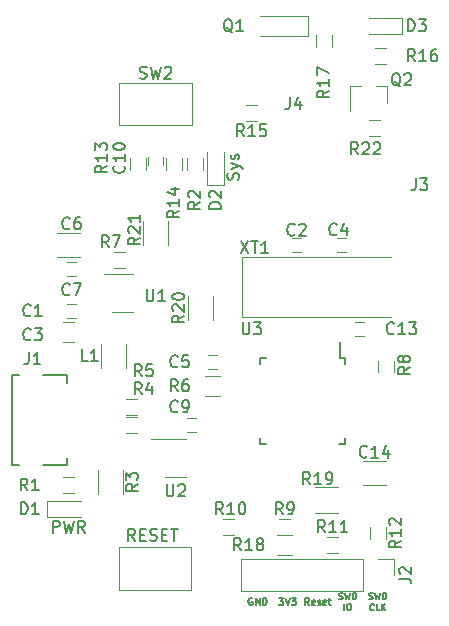
<source format=gbr>
G04 #@! TF.FileFunction,Legend,Top*
%FSLAX46Y46*%
G04 Gerber Fmt 4.6, Leading zero omitted, Abs format (unit mm)*
G04 Created by KiCad (PCBNEW 4.0.6) date Wed May  3 19:00:56 2017*
%MOMM*%
%LPD*%
G01*
G04 APERTURE LIST*
%ADD10C,0.050000*%
%ADD11C,0.146050*%
%ADD12C,0.133350*%
%ADD13C,0.127000*%
%ADD14C,0.120000*%
%ADD15C,0.150000*%
G04 APERTURE END LIST*
D10*
D11*
X100368705Y-140142081D02*
X100730353Y-140142081D01*
X100535619Y-140364633D01*
X100619077Y-140364633D01*
X100674715Y-140392452D01*
X100702534Y-140420271D01*
X100730353Y-140475910D01*
X100730353Y-140615005D01*
X100702534Y-140670643D01*
X100674715Y-140698462D01*
X100619077Y-140726281D01*
X100452162Y-140726281D01*
X100396524Y-140698462D01*
X100368705Y-140670643D01*
X100897267Y-140142081D02*
X101092000Y-140726281D01*
X101286734Y-140142081D01*
X101425829Y-140142081D02*
X101787477Y-140142081D01*
X101592743Y-140364633D01*
X101676201Y-140364633D01*
X101731839Y-140392452D01*
X101759658Y-140420271D01*
X101787477Y-140475910D01*
X101787477Y-140615005D01*
X101759658Y-140670643D01*
X101731839Y-140698462D01*
X101676201Y-140726281D01*
X101509286Y-140726281D01*
X101453648Y-140698462D01*
X101425829Y-140670643D01*
X98106896Y-140169900D02*
X98051258Y-140142081D01*
X97967801Y-140142081D01*
X97884343Y-140169900D01*
X97828705Y-140225538D01*
X97800886Y-140281176D01*
X97773067Y-140392452D01*
X97773067Y-140475910D01*
X97800886Y-140587186D01*
X97828705Y-140642824D01*
X97884343Y-140698462D01*
X97967801Y-140726281D01*
X98023439Y-140726281D01*
X98106896Y-140698462D01*
X98134715Y-140670643D01*
X98134715Y-140475910D01*
X98023439Y-140475910D01*
X98385086Y-140726281D02*
X98385086Y-140142081D01*
X98718915Y-140726281D01*
X98718915Y-140142081D01*
X98997105Y-140726281D02*
X98997105Y-140142081D01*
X99136200Y-140142081D01*
X99219658Y-140169900D01*
X99275296Y-140225538D01*
X99303115Y-140281176D01*
X99330934Y-140392452D01*
X99330934Y-140475910D01*
X99303115Y-140587186D01*
X99275296Y-140642824D01*
X99219658Y-140698462D01*
X99136200Y-140726281D01*
X98997105Y-140726281D01*
X102908705Y-140726281D02*
X102713971Y-140448090D01*
X102574876Y-140726281D02*
X102574876Y-140142081D01*
X102797429Y-140142081D01*
X102853067Y-140169900D01*
X102880886Y-140197719D01*
X102908705Y-140253357D01*
X102908705Y-140336814D01*
X102880886Y-140392452D01*
X102853067Y-140420271D01*
X102797429Y-140448090D01*
X102574876Y-140448090D01*
X103381629Y-140698462D02*
X103325991Y-140726281D01*
X103214714Y-140726281D01*
X103159076Y-140698462D01*
X103131257Y-140642824D01*
X103131257Y-140420271D01*
X103159076Y-140364633D01*
X103214714Y-140336814D01*
X103325991Y-140336814D01*
X103381629Y-140364633D01*
X103409448Y-140420271D01*
X103409448Y-140475910D01*
X103131257Y-140531548D01*
X103632000Y-140698462D02*
X103687638Y-140726281D01*
X103798914Y-140726281D01*
X103854553Y-140698462D01*
X103882372Y-140642824D01*
X103882372Y-140615005D01*
X103854553Y-140559367D01*
X103798914Y-140531548D01*
X103715457Y-140531548D01*
X103659819Y-140503729D01*
X103632000Y-140448090D01*
X103632000Y-140420271D01*
X103659819Y-140364633D01*
X103715457Y-140336814D01*
X103798914Y-140336814D01*
X103854553Y-140364633D01*
X104355296Y-140698462D02*
X104299658Y-140726281D01*
X104188381Y-140726281D01*
X104132743Y-140698462D01*
X104104924Y-140642824D01*
X104104924Y-140420271D01*
X104132743Y-140364633D01*
X104188381Y-140336814D01*
X104299658Y-140336814D01*
X104355296Y-140364633D01*
X104383115Y-140420271D01*
X104383115Y-140475910D01*
X104104924Y-140531548D01*
X104550029Y-140336814D02*
X104772581Y-140336814D01*
X104633486Y-140142081D02*
X104633486Y-140642824D01*
X104661305Y-140698462D01*
X104716943Y-140726281D01*
X104772581Y-140726281D01*
D12*
X107988100Y-140211175D02*
X108064300Y-140236575D01*
X108191300Y-140236575D01*
X108242100Y-140211175D01*
X108267500Y-140185775D01*
X108292900Y-140134975D01*
X108292900Y-140084175D01*
X108267500Y-140033375D01*
X108242100Y-140007975D01*
X108191300Y-139982575D01*
X108089700Y-139957175D01*
X108038900Y-139931775D01*
X108013500Y-139906375D01*
X107988100Y-139855575D01*
X107988100Y-139804775D01*
X108013500Y-139753975D01*
X108038900Y-139728575D01*
X108089700Y-139703175D01*
X108216700Y-139703175D01*
X108292900Y-139728575D01*
X108470700Y-139703175D02*
X108597700Y-140236575D01*
X108699300Y-139855575D01*
X108800900Y-140236575D01*
X108927900Y-139703175D01*
X109131100Y-140236575D02*
X109131100Y-139703175D01*
X109258100Y-139703175D01*
X109334300Y-139728575D01*
X109385100Y-139779375D01*
X109410500Y-139830175D01*
X109435900Y-139931775D01*
X109435900Y-140007975D01*
X109410500Y-140109575D01*
X109385100Y-140160375D01*
X109334300Y-140211175D01*
X109258100Y-140236575D01*
X109131100Y-140236575D01*
X108394500Y-141119225D02*
X108369100Y-141144625D01*
X108292900Y-141170025D01*
X108242100Y-141170025D01*
X108165900Y-141144625D01*
X108115100Y-141093825D01*
X108089700Y-141043025D01*
X108064300Y-140941425D01*
X108064300Y-140865225D01*
X108089700Y-140763625D01*
X108115100Y-140712825D01*
X108165900Y-140662025D01*
X108242100Y-140636625D01*
X108292900Y-140636625D01*
X108369100Y-140662025D01*
X108394500Y-140687425D01*
X108877100Y-141170025D02*
X108623100Y-141170025D01*
X108623100Y-140636625D01*
X109054900Y-141170025D02*
X109054900Y-140636625D01*
X109359700Y-141170025D02*
X109131100Y-140865225D01*
X109359700Y-140636625D02*
X109054900Y-140941425D01*
D13*
X105448100Y-140214350D02*
X105524300Y-140239750D01*
X105651300Y-140239750D01*
X105702100Y-140214350D01*
X105727500Y-140188950D01*
X105752900Y-140138150D01*
X105752900Y-140087350D01*
X105727500Y-140036550D01*
X105702100Y-140011150D01*
X105651300Y-139985750D01*
X105549700Y-139960350D01*
X105498900Y-139934950D01*
X105473500Y-139909550D01*
X105448100Y-139858750D01*
X105448100Y-139807950D01*
X105473500Y-139757150D01*
X105498900Y-139731750D01*
X105549700Y-139706350D01*
X105676700Y-139706350D01*
X105752900Y-139731750D01*
X105930700Y-139706350D02*
X106057700Y-140239750D01*
X106159300Y-139858750D01*
X106260900Y-140239750D01*
X106387900Y-139706350D01*
X106591100Y-140239750D02*
X106591100Y-139706350D01*
X106718100Y-139706350D01*
X106794300Y-139731750D01*
X106845100Y-139782550D01*
X106870500Y-139833350D01*
X106895900Y-139934950D01*
X106895900Y-140011150D01*
X106870500Y-140112750D01*
X106845100Y-140163550D01*
X106794300Y-140214350D01*
X106718100Y-140239750D01*
X106591100Y-140239750D01*
X105892600Y-141166850D02*
X105892600Y-140633450D01*
X106248200Y-140633450D02*
X106349800Y-140633450D01*
X106400600Y-140658850D01*
X106451400Y-140709650D01*
X106476800Y-140811250D01*
X106476800Y-140989050D01*
X106451400Y-141090650D01*
X106400600Y-141141450D01*
X106349800Y-141166850D01*
X106248200Y-141166850D01*
X106197400Y-141141450D01*
X106146600Y-141090650D01*
X106121200Y-140989050D01*
X106121200Y-140811250D01*
X106146600Y-140709650D01*
X106197400Y-140658850D01*
X106248200Y-140633450D01*
D14*
X83154000Y-116424000D02*
X82454000Y-116424000D01*
X82454000Y-115224000D02*
X83154000Y-115224000D01*
X101504000Y-109636000D02*
X102204000Y-109636000D01*
X102204000Y-110836000D02*
X101504000Y-110836000D01*
X83050000Y-116752000D02*
X82050000Y-116752000D01*
X82050000Y-118452000D02*
X83050000Y-118452000D01*
X106014000Y-110836000D02*
X105314000Y-110836000D01*
X105314000Y-109636000D02*
X106014000Y-109636000D01*
X94392000Y-119542000D02*
X95092000Y-119542000D01*
X95092000Y-120742000D02*
X94392000Y-120742000D01*
X81550000Y-111256000D02*
X83550000Y-111256000D01*
X83550000Y-109216000D02*
X81550000Y-109216000D01*
X83154000Y-112868000D02*
X82454000Y-112868000D01*
X82454000Y-111668000D02*
X83154000Y-111668000D01*
X93314000Y-126076000D02*
X92614000Y-126076000D01*
X92614000Y-124876000D02*
X93314000Y-124876000D01*
X89316000Y-103474000D02*
X89316000Y-102774000D01*
X90516000Y-102774000D02*
X90516000Y-103474000D01*
X106838000Y-116748000D02*
X107538000Y-116748000D01*
X107538000Y-117948000D02*
X106838000Y-117948000D01*
X80761208Y-131885382D02*
X80761208Y-133285382D01*
X80761208Y-133285382D02*
X83561208Y-133285382D01*
X80761208Y-131885382D02*
X83561208Y-131885382D01*
X94296000Y-105178000D02*
X95696000Y-105178000D01*
X95696000Y-105178000D02*
X95696000Y-102378000D01*
X94296000Y-105178000D02*
X94296000Y-102378000D01*
X110766000Y-92394000D02*
X110766000Y-90994000D01*
X110766000Y-90994000D02*
X107966000Y-90994000D01*
X110766000Y-92394000D02*
X107966000Y-92394000D01*
X82050000Y-129876000D02*
X83050000Y-129876000D01*
X83050000Y-131236000D02*
X82050000Y-131236000D01*
X93898000Y-102878000D02*
X93898000Y-103878000D01*
X92538000Y-103878000D02*
X92538000Y-102878000D01*
X87384000Y-124796000D02*
X88384000Y-124796000D01*
X88384000Y-126156000D02*
X87384000Y-126156000D01*
X87384000Y-123272000D02*
X88384000Y-123272000D01*
X88384000Y-124632000D02*
X87384000Y-124632000D01*
X86368000Y-110826000D02*
X87368000Y-110826000D01*
X87368000Y-112186000D02*
X86368000Y-112186000D01*
X100338000Y-133432000D02*
X101338000Y-133432000D01*
X101338000Y-134792000D02*
X100338000Y-134792000D01*
X96596000Y-134792000D02*
X95596000Y-134792000D01*
X95596000Y-133432000D02*
X96596000Y-133432000D01*
X104402000Y-134956000D02*
X105402000Y-134956000D01*
X105402000Y-136316000D02*
X104402000Y-136316000D01*
X109392000Y-134120000D02*
X109392000Y-135120000D01*
X108032000Y-135120000D02*
X108032000Y-134120000D01*
X87712000Y-103878000D02*
X87712000Y-102878000D01*
X89072000Y-102878000D02*
X89072000Y-103878000D01*
X92120000Y-102878000D02*
X92120000Y-103878000D01*
X90760000Y-103878000D02*
X90760000Y-102878000D01*
X109466000Y-94914000D02*
X108466000Y-94914000D01*
X108466000Y-93554000D02*
X109466000Y-93554000D01*
X103460000Y-93464000D02*
X103460000Y-92464000D01*
X104820000Y-92464000D02*
X104820000Y-93464000D01*
X86805200Y-135807200D02*
X92925200Y-135807200D01*
X92925200Y-135807200D02*
X92925200Y-139427200D01*
X92925200Y-139427200D02*
X86805200Y-139427200D01*
X86805200Y-139427200D02*
X86805200Y-135807200D01*
X90714000Y-129880000D02*
X92514000Y-129880000D01*
X92514000Y-126660000D02*
X89564000Y-126660000D01*
D15*
X105987000Y-119819000D02*
X105537000Y-119819000D01*
X105987000Y-127069000D02*
X105462000Y-127069000D01*
X98737000Y-127069000D02*
X99262000Y-127069000D01*
X98737000Y-119819000D02*
X99262000Y-119819000D01*
X105987000Y-119819000D02*
X105987000Y-120344000D01*
X98737000Y-119819000D02*
X98737000Y-120344000D01*
X98737000Y-127069000D02*
X98737000Y-126544000D01*
X105987000Y-127069000D02*
X105987000Y-126544000D01*
X105537000Y-119819000D02*
X105537000Y-118444000D01*
D14*
X109854000Y-111242000D02*
X97254000Y-111242000D01*
X97254000Y-111242000D02*
X97254000Y-116342000D01*
X97254000Y-116342000D02*
X109854000Y-116342000D01*
X97544000Y-98380000D02*
X98544000Y-98380000D01*
X98544000Y-99740000D02*
X97544000Y-99740000D01*
X110090500Y-120023000D02*
X110090500Y-121023000D01*
X108730500Y-121023000D02*
X108730500Y-120023000D01*
X102830000Y-92544000D02*
X102830000Y-90844000D01*
X102780000Y-90844000D02*
X98730000Y-90844000D01*
X102780000Y-92544000D02*
X98730000Y-92544000D01*
X109458000Y-128520000D02*
X107458000Y-128520000D01*
X107458000Y-130560000D02*
X109458000Y-130560000D01*
X103394000Y-130756000D02*
X105394000Y-130756000D01*
X105394000Y-132896000D02*
X103394000Y-132896000D01*
X87430000Y-118634000D02*
X87430000Y-120634000D01*
X85290000Y-120634000D02*
X85290000Y-118634000D01*
X86222000Y-115910000D02*
X88022000Y-115910000D01*
X88022000Y-112690000D02*
X85572000Y-112690000D01*
X94796000Y-114570000D02*
X94796000Y-116570000D01*
X92656000Y-116570000D02*
X92656000Y-114570000D01*
X88846000Y-110220000D02*
X88846000Y-108220000D01*
X90986000Y-108220000D02*
X90986000Y-110220000D01*
X94142000Y-121294000D02*
X95342000Y-121294000D01*
X95342000Y-123054000D02*
X94142000Y-123054000D01*
X100238000Y-134756000D02*
X101438000Y-134756000D01*
X101438000Y-136516000D02*
X100238000Y-136516000D01*
D15*
X80518000Y-121285000D02*
X80391000Y-121285000D01*
X82423000Y-121285000D02*
X80518000Y-121285000D01*
X82423000Y-121920000D02*
X82423000Y-121285000D01*
X82423000Y-128905000D02*
X82423000Y-128270000D01*
X80391000Y-128905000D02*
X82423000Y-128905000D01*
X77724000Y-121285000D02*
X77724000Y-128905000D01*
X78359000Y-121285000D02*
X77724000Y-121285000D01*
X77724000Y-128905000D02*
X78359000Y-128905000D01*
D14*
X86856000Y-96488000D02*
X92976000Y-96488000D01*
X92976000Y-96488000D02*
X92976000Y-100108000D01*
X92976000Y-100108000D02*
X86856000Y-100108000D01*
X86856000Y-100108000D02*
X86856000Y-96488000D01*
X107442000Y-136786000D02*
X97162000Y-136786000D01*
X97162000Y-136786000D02*
X97162000Y-139566000D01*
X97162000Y-139566000D02*
X107442000Y-139566000D01*
X107442000Y-139566000D02*
X107442000Y-136786000D01*
X108712000Y-136786000D02*
X110102000Y-136786000D01*
X110102000Y-136786000D02*
X110102000Y-138176000D01*
X85036000Y-131302000D02*
X85036000Y-129302000D01*
X87176000Y-129302000D02*
X87176000Y-131302000D01*
X109530000Y-96760000D02*
X108600000Y-96760000D01*
X106370000Y-96760000D02*
X107300000Y-96760000D01*
X106370000Y-96760000D02*
X106370000Y-98920000D01*
X109530000Y-96760000D02*
X109530000Y-98220000D01*
X108958000Y-101010000D02*
X107958000Y-101010000D01*
X107958000Y-99650000D02*
X108958000Y-99650000D01*
D15*
X79335334Y-116181143D02*
X79287715Y-116228762D01*
X79144858Y-116276381D01*
X79049620Y-116276381D01*
X78906762Y-116228762D01*
X78811524Y-116133524D01*
X78763905Y-116038286D01*
X78716286Y-115847810D01*
X78716286Y-115704952D01*
X78763905Y-115514476D01*
X78811524Y-115419238D01*
X78906762Y-115324000D01*
X79049620Y-115276381D01*
X79144858Y-115276381D01*
X79287715Y-115324000D01*
X79335334Y-115371619D01*
X80287715Y-116276381D02*
X79716286Y-116276381D01*
X80002000Y-116276381D02*
X80002000Y-115276381D01*
X79906762Y-115419238D01*
X79811524Y-115514476D01*
X79716286Y-115562095D01*
X101687334Y-109343143D02*
X101639715Y-109390762D01*
X101496858Y-109438381D01*
X101401620Y-109438381D01*
X101258762Y-109390762D01*
X101163524Y-109295524D01*
X101115905Y-109200286D01*
X101068286Y-109009810D01*
X101068286Y-108866952D01*
X101115905Y-108676476D01*
X101163524Y-108581238D01*
X101258762Y-108486000D01*
X101401620Y-108438381D01*
X101496858Y-108438381D01*
X101639715Y-108486000D01*
X101687334Y-108533619D01*
X102068286Y-108533619D02*
X102115905Y-108486000D01*
X102211143Y-108438381D01*
X102449239Y-108438381D01*
X102544477Y-108486000D01*
X102592096Y-108533619D01*
X102639715Y-108628857D01*
X102639715Y-108724095D01*
X102592096Y-108866952D01*
X102020667Y-109438381D01*
X102639715Y-109438381D01*
X79335334Y-118213143D02*
X79287715Y-118260762D01*
X79144858Y-118308381D01*
X79049620Y-118308381D01*
X78906762Y-118260762D01*
X78811524Y-118165524D01*
X78763905Y-118070286D01*
X78716286Y-117879810D01*
X78716286Y-117736952D01*
X78763905Y-117546476D01*
X78811524Y-117451238D01*
X78906762Y-117356000D01*
X79049620Y-117308381D01*
X79144858Y-117308381D01*
X79287715Y-117356000D01*
X79335334Y-117403619D01*
X79668667Y-117308381D02*
X80287715Y-117308381D01*
X79954381Y-117689333D01*
X80097239Y-117689333D01*
X80192477Y-117736952D01*
X80240096Y-117784571D01*
X80287715Y-117879810D01*
X80287715Y-118117905D01*
X80240096Y-118213143D01*
X80192477Y-118260762D01*
X80097239Y-118308381D01*
X79811524Y-118308381D01*
X79716286Y-118260762D01*
X79668667Y-118213143D01*
X105243334Y-109323143D02*
X105195715Y-109370762D01*
X105052858Y-109418381D01*
X104957620Y-109418381D01*
X104814762Y-109370762D01*
X104719524Y-109275524D01*
X104671905Y-109180286D01*
X104624286Y-108989810D01*
X104624286Y-108846952D01*
X104671905Y-108656476D01*
X104719524Y-108561238D01*
X104814762Y-108466000D01*
X104957620Y-108418381D01*
X105052858Y-108418381D01*
X105195715Y-108466000D01*
X105243334Y-108513619D01*
X106100477Y-108751714D02*
X106100477Y-109418381D01*
X105862381Y-108370762D02*
X105624286Y-109085048D01*
X106243334Y-109085048D01*
X91781334Y-120499143D02*
X91733715Y-120546762D01*
X91590858Y-120594381D01*
X91495620Y-120594381D01*
X91352762Y-120546762D01*
X91257524Y-120451524D01*
X91209905Y-120356286D01*
X91162286Y-120165810D01*
X91162286Y-120022952D01*
X91209905Y-119832476D01*
X91257524Y-119737238D01*
X91352762Y-119642000D01*
X91495620Y-119594381D01*
X91590858Y-119594381D01*
X91733715Y-119642000D01*
X91781334Y-119689619D01*
X92686096Y-119594381D02*
X92209905Y-119594381D01*
X92162286Y-120070571D01*
X92209905Y-120022952D01*
X92305143Y-119975333D01*
X92543239Y-119975333D01*
X92638477Y-120022952D01*
X92686096Y-120070571D01*
X92733715Y-120165810D01*
X92733715Y-120403905D01*
X92686096Y-120499143D01*
X92638477Y-120546762D01*
X92543239Y-120594381D01*
X92305143Y-120594381D01*
X92209905Y-120546762D01*
X92162286Y-120499143D01*
X82637334Y-108815143D02*
X82589715Y-108862762D01*
X82446858Y-108910381D01*
X82351620Y-108910381D01*
X82208762Y-108862762D01*
X82113524Y-108767524D01*
X82065905Y-108672286D01*
X82018286Y-108481810D01*
X82018286Y-108338952D01*
X82065905Y-108148476D01*
X82113524Y-108053238D01*
X82208762Y-107958000D01*
X82351620Y-107910381D01*
X82446858Y-107910381D01*
X82589715Y-107958000D01*
X82637334Y-108005619D01*
X83494477Y-107910381D02*
X83304000Y-107910381D01*
X83208762Y-107958000D01*
X83161143Y-108005619D01*
X83065905Y-108148476D01*
X83018286Y-108338952D01*
X83018286Y-108719905D01*
X83065905Y-108815143D01*
X83113524Y-108862762D01*
X83208762Y-108910381D01*
X83399239Y-108910381D01*
X83494477Y-108862762D01*
X83542096Y-108815143D01*
X83589715Y-108719905D01*
X83589715Y-108481810D01*
X83542096Y-108386571D01*
X83494477Y-108338952D01*
X83399239Y-108291333D01*
X83208762Y-108291333D01*
X83113524Y-108338952D01*
X83065905Y-108386571D01*
X83018286Y-108481810D01*
X82637334Y-114403143D02*
X82589715Y-114450762D01*
X82446858Y-114498381D01*
X82351620Y-114498381D01*
X82208762Y-114450762D01*
X82113524Y-114355524D01*
X82065905Y-114260286D01*
X82018286Y-114069810D01*
X82018286Y-113926952D01*
X82065905Y-113736476D01*
X82113524Y-113641238D01*
X82208762Y-113546000D01*
X82351620Y-113498381D01*
X82446858Y-113498381D01*
X82589715Y-113546000D01*
X82637334Y-113593619D01*
X82970667Y-113498381D02*
X83637334Y-113498381D01*
X83208762Y-114498381D01*
X91781334Y-124309143D02*
X91733715Y-124356762D01*
X91590858Y-124404381D01*
X91495620Y-124404381D01*
X91352762Y-124356762D01*
X91257524Y-124261524D01*
X91209905Y-124166286D01*
X91162286Y-123975810D01*
X91162286Y-123832952D01*
X91209905Y-123642476D01*
X91257524Y-123547238D01*
X91352762Y-123452000D01*
X91495620Y-123404381D01*
X91590858Y-123404381D01*
X91733715Y-123452000D01*
X91781334Y-123499619D01*
X92257524Y-124404381D02*
X92448000Y-124404381D01*
X92543239Y-124356762D01*
X92590858Y-124309143D01*
X92686096Y-124166286D01*
X92733715Y-123975810D01*
X92733715Y-123594857D01*
X92686096Y-123499619D01*
X92638477Y-123452000D01*
X92543239Y-123404381D01*
X92352762Y-123404381D01*
X92257524Y-123452000D01*
X92209905Y-123499619D01*
X92162286Y-123594857D01*
X92162286Y-123832952D01*
X92209905Y-123928190D01*
X92257524Y-123975810D01*
X92352762Y-124023429D01*
X92543239Y-124023429D01*
X92638477Y-123975810D01*
X92686096Y-123928190D01*
X92733715Y-123832952D01*
X87225143Y-103512857D02*
X87272762Y-103560476D01*
X87320381Y-103703333D01*
X87320381Y-103798571D01*
X87272762Y-103941429D01*
X87177524Y-104036667D01*
X87082286Y-104084286D01*
X86891810Y-104131905D01*
X86748952Y-104131905D01*
X86558476Y-104084286D01*
X86463238Y-104036667D01*
X86368000Y-103941429D01*
X86320381Y-103798571D01*
X86320381Y-103703333D01*
X86368000Y-103560476D01*
X86415619Y-103512857D01*
X87320381Y-102560476D02*
X87320381Y-103131905D01*
X87320381Y-102846191D02*
X86320381Y-102846191D01*
X86463238Y-102941429D01*
X86558476Y-103036667D01*
X86606095Y-103131905D01*
X86320381Y-101941429D02*
X86320381Y-101846190D01*
X86368000Y-101750952D01*
X86415619Y-101703333D01*
X86510857Y-101655714D01*
X86701333Y-101608095D01*
X86939429Y-101608095D01*
X87129905Y-101655714D01*
X87225143Y-101703333D01*
X87272762Y-101750952D01*
X87320381Y-101846190D01*
X87320381Y-101941429D01*
X87272762Y-102036667D01*
X87225143Y-102084286D01*
X87129905Y-102131905D01*
X86939429Y-102179524D01*
X86701333Y-102179524D01*
X86510857Y-102131905D01*
X86415619Y-102084286D01*
X86368000Y-102036667D01*
X86320381Y-101941429D01*
X110101143Y-117705143D02*
X110053524Y-117752762D01*
X109910667Y-117800381D01*
X109815429Y-117800381D01*
X109672571Y-117752762D01*
X109577333Y-117657524D01*
X109529714Y-117562286D01*
X109482095Y-117371810D01*
X109482095Y-117228952D01*
X109529714Y-117038476D01*
X109577333Y-116943238D01*
X109672571Y-116848000D01*
X109815429Y-116800381D01*
X109910667Y-116800381D01*
X110053524Y-116848000D01*
X110101143Y-116895619D01*
X111053524Y-117800381D02*
X110482095Y-117800381D01*
X110767809Y-117800381D02*
X110767809Y-116800381D01*
X110672571Y-116943238D01*
X110577333Y-117038476D01*
X110482095Y-117086095D01*
X111386857Y-116800381D02*
X112005905Y-116800381D01*
X111672571Y-117181333D01*
X111815429Y-117181333D01*
X111910667Y-117228952D01*
X111958286Y-117276571D01*
X112005905Y-117371810D01*
X112005905Y-117609905D01*
X111958286Y-117705143D01*
X111910667Y-117752762D01*
X111815429Y-117800381D01*
X111529714Y-117800381D01*
X111434476Y-117752762D01*
X111386857Y-117705143D01*
X78509905Y-133040381D02*
X78509905Y-132040381D01*
X78748000Y-132040381D01*
X78890858Y-132088000D01*
X78986096Y-132183238D01*
X79033715Y-132278476D01*
X79081334Y-132468952D01*
X79081334Y-132611810D01*
X79033715Y-132802286D01*
X78986096Y-132897524D01*
X78890858Y-132992762D01*
X78748000Y-133040381D01*
X78509905Y-133040381D01*
X80033715Y-133040381D02*
X79462286Y-133040381D01*
X79748000Y-133040381D02*
X79748000Y-132040381D01*
X79652762Y-132183238D01*
X79557524Y-132278476D01*
X79462286Y-132326095D01*
X81227875Y-134587763D02*
X81227875Y-133587763D01*
X81608828Y-133587763D01*
X81704066Y-133635382D01*
X81751685Y-133683001D01*
X81799304Y-133778239D01*
X81799304Y-133921096D01*
X81751685Y-134016334D01*
X81704066Y-134063953D01*
X81608828Y-134111572D01*
X81227875Y-134111572D01*
X82132637Y-133587763D02*
X82370732Y-134587763D01*
X82561209Y-133873477D01*
X82751685Y-134587763D01*
X82989780Y-133587763D01*
X83942161Y-134587763D02*
X83608827Y-134111572D01*
X83370732Y-134587763D02*
X83370732Y-133587763D01*
X83751685Y-133587763D01*
X83846923Y-133635382D01*
X83894542Y-133683001D01*
X83942161Y-133778239D01*
X83942161Y-133921096D01*
X83894542Y-134016334D01*
X83846923Y-134063953D01*
X83751685Y-134111572D01*
X83370732Y-134111572D01*
X95448381Y-107164095D02*
X94448381Y-107164095D01*
X94448381Y-106926000D01*
X94496000Y-106783142D01*
X94591238Y-106687904D01*
X94686476Y-106640285D01*
X94876952Y-106592666D01*
X95019810Y-106592666D01*
X95210286Y-106640285D01*
X95305524Y-106687904D01*
X95400762Y-106783142D01*
X95448381Y-106926000D01*
X95448381Y-107164095D01*
X94543619Y-106211714D02*
X94496000Y-106164095D01*
X94448381Y-106068857D01*
X94448381Y-105830761D01*
X94496000Y-105735523D01*
X94543619Y-105687904D01*
X94638857Y-105640285D01*
X94734095Y-105640285D01*
X94876952Y-105687904D01*
X95448381Y-106259333D01*
X95448381Y-105640285D01*
X96924762Y-104703429D02*
X96972381Y-104560572D01*
X96972381Y-104322476D01*
X96924762Y-104227238D01*
X96877143Y-104179619D01*
X96781905Y-104132000D01*
X96686667Y-104132000D01*
X96591429Y-104179619D01*
X96543810Y-104227238D01*
X96496190Y-104322476D01*
X96448571Y-104512953D01*
X96400952Y-104608191D01*
X96353333Y-104655810D01*
X96258095Y-104703429D01*
X96162857Y-104703429D01*
X96067619Y-104655810D01*
X96020000Y-104608191D01*
X95972381Y-104512953D01*
X95972381Y-104274857D01*
X96020000Y-104132000D01*
X96305714Y-103798667D02*
X96972381Y-103560572D01*
X96305714Y-103322476D02*
X96972381Y-103560572D01*
X97210476Y-103655810D01*
X97258095Y-103703429D01*
X97305714Y-103798667D01*
X96924762Y-102989143D02*
X96972381Y-102893905D01*
X96972381Y-102703429D01*
X96924762Y-102608190D01*
X96829524Y-102560571D01*
X96781905Y-102560571D01*
X96686667Y-102608190D01*
X96639048Y-102703429D01*
X96639048Y-102846286D01*
X96591429Y-102941524D01*
X96496190Y-102989143D01*
X96448571Y-102989143D01*
X96353333Y-102941524D01*
X96305714Y-102846286D01*
X96305714Y-102703429D01*
X96353333Y-102608190D01*
X111275905Y-92146381D02*
X111275905Y-91146381D01*
X111514000Y-91146381D01*
X111656858Y-91194000D01*
X111752096Y-91289238D01*
X111799715Y-91384476D01*
X111847334Y-91574952D01*
X111847334Y-91717810D01*
X111799715Y-91908286D01*
X111752096Y-92003524D01*
X111656858Y-92098762D01*
X111514000Y-92146381D01*
X111275905Y-92146381D01*
X112180667Y-91146381D02*
X112799715Y-91146381D01*
X112466381Y-91527333D01*
X112609239Y-91527333D01*
X112704477Y-91574952D01*
X112752096Y-91622571D01*
X112799715Y-91717810D01*
X112799715Y-91955905D01*
X112752096Y-92051143D01*
X112704477Y-92098762D01*
X112609239Y-92146381D01*
X112323524Y-92146381D01*
X112228286Y-92098762D01*
X112180667Y-92051143D01*
X111934667Y-104608381D02*
X111934667Y-105322667D01*
X111887047Y-105465524D01*
X111791809Y-105560762D01*
X111648952Y-105608381D01*
X111553714Y-105608381D01*
X112315619Y-104608381D02*
X112934667Y-104608381D01*
X112601333Y-104989333D01*
X112744191Y-104989333D01*
X112839429Y-105036952D01*
X112887048Y-105084571D01*
X112934667Y-105179810D01*
X112934667Y-105417905D01*
X112887048Y-105513143D01*
X112839429Y-105560762D01*
X112744191Y-105608381D01*
X112458476Y-105608381D01*
X112363238Y-105560762D01*
X112315619Y-105513143D01*
X101266667Y-97750381D02*
X101266667Y-98464667D01*
X101219047Y-98607524D01*
X101123809Y-98702762D01*
X100980952Y-98750381D01*
X100885714Y-98750381D01*
X102171429Y-98083714D02*
X102171429Y-98750381D01*
X101933333Y-97702762D02*
X101695238Y-98417048D01*
X102314286Y-98417048D01*
X79070126Y-131010999D02*
X78736792Y-130534808D01*
X78498697Y-131010999D02*
X78498697Y-130010999D01*
X78879650Y-130010999D01*
X78974888Y-130058618D01*
X79022507Y-130106237D01*
X79070126Y-130201475D01*
X79070126Y-130344332D01*
X79022507Y-130439570D01*
X78974888Y-130487189D01*
X78879650Y-130534808D01*
X78498697Y-130534808D01*
X80022507Y-131010999D02*
X79451078Y-131010999D01*
X79736792Y-131010999D02*
X79736792Y-130010999D01*
X79641554Y-130153856D01*
X79546316Y-130249094D01*
X79451078Y-130296713D01*
X93670381Y-106592666D02*
X93194190Y-106926000D01*
X93670381Y-107164095D02*
X92670381Y-107164095D01*
X92670381Y-106783142D01*
X92718000Y-106687904D01*
X92765619Y-106640285D01*
X92860857Y-106592666D01*
X93003714Y-106592666D01*
X93098952Y-106640285D01*
X93146571Y-106687904D01*
X93194190Y-106783142D01*
X93194190Y-107164095D01*
X92765619Y-106211714D02*
X92718000Y-106164095D01*
X92670381Y-106068857D01*
X92670381Y-105830761D01*
X92718000Y-105735523D01*
X92765619Y-105687904D01*
X92860857Y-105640285D01*
X92956095Y-105640285D01*
X93098952Y-105687904D01*
X93670381Y-106259333D01*
X93670381Y-105640285D01*
X88733334Y-122880381D02*
X88400000Y-122404190D01*
X88161905Y-122880381D02*
X88161905Y-121880381D01*
X88542858Y-121880381D01*
X88638096Y-121928000D01*
X88685715Y-121975619D01*
X88733334Y-122070857D01*
X88733334Y-122213714D01*
X88685715Y-122308952D01*
X88638096Y-122356571D01*
X88542858Y-122404190D01*
X88161905Y-122404190D01*
X89590477Y-122213714D02*
X89590477Y-122880381D01*
X89352381Y-121832762D02*
X89114286Y-122547048D01*
X89733334Y-122547048D01*
X88733334Y-121356381D02*
X88400000Y-120880190D01*
X88161905Y-121356381D02*
X88161905Y-120356381D01*
X88542858Y-120356381D01*
X88638096Y-120404000D01*
X88685715Y-120451619D01*
X88733334Y-120546857D01*
X88733334Y-120689714D01*
X88685715Y-120784952D01*
X88638096Y-120832571D01*
X88542858Y-120880190D01*
X88161905Y-120880190D01*
X89638096Y-120356381D02*
X89161905Y-120356381D01*
X89114286Y-120832571D01*
X89161905Y-120784952D01*
X89257143Y-120737333D01*
X89495239Y-120737333D01*
X89590477Y-120784952D01*
X89638096Y-120832571D01*
X89685715Y-120927810D01*
X89685715Y-121165905D01*
X89638096Y-121261143D01*
X89590477Y-121308762D01*
X89495239Y-121356381D01*
X89257143Y-121356381D01*
X89161905Y-121308762D01*
X89114286Y-121261143D01*
X85939334Y-110434381D02*
X85606000Y-109958190D01*
X85367905Y-110434381D02*
X85367905Y-109434381D01*
X85748858Y-109434381D01*
X85844096Y-109482000D01*
X85891715Y-109529619D01*
X85939334Y-109624857D01*
X85939334Y-109767714D01*
X85891715Y-109862952D01*
X85844096Y-109910571D01*
X85748858Y-109958190D01*
X85367905Y-109958190D01*
X86272667Y-109434381D02*
X86939334Y-109434381D01*
X86510762Y-110434381D01*
X100671334Y-133040381D02*
X100338000Y-132564190D01*
X100099905Y-133040381D02*
X100099905Y-132040381D01*
X100480858Y-132040381D01*
X100576096Y-132088000D01*
X100623715Y-132135619D01*
X100671334Y-132230857D01*
X100671334Y-132373714D01*
X100623715Y-132468952D01*
X100576096Y-132516571D01*
X100480858Y-132564190D01*
X100099905Y-132564190D01*
X101147524Y-133040381D02*
X101338000Y-133040381D01*
X101433239Y-132992762D01*
X101480858Y-132945143D01*
X101576096Y-132802286D01*
X101623715Y-132611810D01*
X101623715Y-132230857D01*
X101576096Y-132135619D01*
X101528477Y-132088000D01*
X101433239Y-132040381D01*
X101242762Y-132040381D01*
X101147524Y-132088000D01*
X101099905Y-132135619D01*
X101052286Y-132230857D01*
X101052286Y-132468952D01*
X101099905Y-132564190D01*
X101147524Y-132611810D01*
X101242762Y-132659429D01*
X101433239Y-132659429D01*
X101528477Y-132611810D01*
X101576096Y-132564190D01*
X101623715Y-132468952D01*
X95623143Y-133040381D02*
X95289809Y-132564190D01*
X95051714Y-133040381D02*
X95051714Y-132040381D01*
X95432667Y-132040381D01*
X95527905Y-132088000D01*
X95575524Y-132135619D01*
X95623143Y-132230857D01*
X95623143Y-132373714D01*
X95575524Y-132468952D01*
X95527905Y-132516571D01*
X95432667Y-132564190D01*
X95051714Y-132564190D01*
X96575524Y-133040381D02*
X96004095Y-133040381D01*
X96289809Y-133040381D02*
X96289809Y-132040381D01*
X96194571Y-132183238D01*
X96099333Y-132278476D01*
X96004095Y-132326095D01*
X97194571Y-132040381D02*
X97289810Y-132040381D01*
X97385048Y-132088000D01*
X97432667Y-132135619D01*
X97480286Y-132230857D01*
X97527905Y-132421333D01*
X97527905Y-132659429D01*
X97480286Y-132849905D01*
X97432667Y-132945143D01*
X97385048Y-132992762D01*
X97289810Y-133040381D01*
X97194571Y-133040381D01*
X97099333Y-132992762D01*
X97051714Y-132945143D01*
X97004095Y-132849905D01*
X96956476Y-132659429D01*
X96956476Y-132421333D01*
X97004095Y-132230857D01*
X97051714Y-132135619D01*
X97099333Y-132088000D01*
X97194571Y-132040381D01*
X104259143Y-134564381D02*
X103925809Y-134088190D01*
X103687714Y-134564381D02*
X103687714Y-133564381D01*
X104068667Y-133564381D01*
X104163905Y-133612000D01*
X104211524Y-133659619D01*
X104259143Y-133754857D01*
X104259143Y-133897714D01*
X104211524Y-133992952D01*
X104163905Y-134040571D01*
X104068667Y-134088190D01*
X103687714Y-134088190D01*
X105211524Y-134564381D02*
X104640095Y-134564381D01*
X104925809Y-134564381D02*
X104925809Y-133564381D01*
X104830571Y-133707238D01*
X104735333Y-133802476D01*
X104640095Y-133850095D01*
X106163905Y-134564381D02*
X105592476Y-134564381D01*
X105878190Y-134564381D02*
X105878190Y-133564381D01*
X105782952Y-133707238D01*
X105687714Y-133802476D01*
X105592476Y-133850095D01*
X110688381Y-135262857D02*
X110212190Y-135596191D01*
X110688381Y-135834286D02*
X109688381Y-135834286D01*
X109688381Y-135453333D01*
X109736000Y-135358095D01*
X109783619Y-135310476D01*
X109878857Y-135262857D01*
X110021714Y-135262857D01*
X110116952Y-135310476D01*
X110164571Y-135358095D01*
X110212190Y-135453333D01*
X110212190Y-135834286D01*
X110688381Y-134310476D02*
X110688381Y-134881905D01*
X110688381Y-134596191D02*
X109688381Y-134596191D01*
X109831238Y-134691429D01*
X109926476Y-134786667D01*
X109974095Y-134881905D01*
X109783619Y-133929524D02*
X109736000Y-133881905D01*
X109688381Y-133786667D01*
X109688381Y-133548571D01*
X109736000Y-133453333D01*
X109783619Y-133405714D01*
X109878857Y-133358095D01*
X109974095Y-133358095D01*
X110116952Y-133405714D01*
X110688381Y-133977143D01*
X110688381Y-133358095D01*
X85796381Y-103512857D02*
X85320190Y-103846191D01*
X85796381Y-104084286D02*
X84796381Y-104084286D01*
X84796381Y-103703333D01*
X84844000Y-103608095D01*
X84891619Y-103560476D01*
X84986857Y-103512857D01*
X85129714Y-103512857D01*
X85224952Y-103560476D01*
X85272571Y-103608095D01*
X85320190Y-103703333D01*
X85320190Y-104084286D01*
X85796381Y-102560476D02*
X85796381Y-103131905D01*
X85796381Y-102846191D02*
X84796381Y-102846191D01*
X84939238Y-102941429D01*
X85034476Y-103036667D01*
X85082095Y-103131905D01*
X84796381Y-102227143D02*
X84796381Y-101608095D01*
X85177333Y-101941429D01*
X85177333Y-101798571D01*
X85224952Y-101703333D01*
X85272571Y-101655714D01*
X85367810Y-101608095D01*
X85605905Y-101608095D01*
X85701143Y-101655714D01*
X85748762Y-101703333D01*
X85796381Y-101798571D01*
X85796381Y-102084286D01*
X85748762Y-102179524D01*
X85701143Y-102227143D01*
X91892381Y-107322857D02*
X91416190Y-107656191D01*
X91892381Y-107894286D02*
X90892381Y-107894286D01*
X90892381Y-107513333D01*
X90940000Y-107418095D01*
X90987619Y-107370476D01*
X91082857Y-107322857D01*
X91225714Y-107322857D01*
X91320952Y-107370476D01*
X91368571Y-107418095D01*
X91416190Y-107513333D01*
X91416190Y-107894286D01*
X91892381Y-106370476D02*
X91892381Y-106941905D01*
X91892381Y-106656191D02*
X90892381Y-106656191D01*
X91035238Y-106751429D01*
X91130476Y-106846667D01*
X91178095Y-106941905D01*
X91225714Y-105513333D02*
X91892381Y-105513333D01*
X90844762Y-105751429D02*
X91559048Y-105989524D01*
X91559048Y-105370476D01*
X111879143Y-94686381D02*
X111545809Y-94210190D01*
X111307714Y-94686381D02*
X111307714Y-93686381D01*
X111688667Y-93686381D01*
X111783905Y-93734000D01*
X111831524Y-93781619D01*
X111879143Y-93876857D01*
X111879143Y-94019714D01*
X111831524Y-94114952D01*
X111783905Y-94162571D01*
X111688667Y-94210190D01*
X111307714Y-94210190D01*
X112831524Y-94686381D02*
X112260095Y-94686381D01*
X112545809Y-94686381D02*
X112545809Y-93686381D01*
X112450571Y-93829238D01*
X112355333Y-93924476D01*
X112260095Y-93972095D01*
X113688667Y-93686381D02*
X113498190Y-93686381D01*
X113402952Y-93734000D01*
X113355333Y-93781619D01*
X113260095Y-93924476D01*
X113212476Y-94114952D01*
X113212476Y-94495905D01*
X113260095Y-94591143D01*
X113307714Y-94638762D01*
X113402952Y-94686381D01*
X113593429Y-94686381D01*
X113688667Y-94638762D01*
X113736286Y-94591143D01*
X113783905Y-94495905D01*
X113783905Y-94257810D01*
X113736286Y-94162571D01*
X113688667Y-94114952D01*
X113593429Y-94067333D01*
X113402952Y-94067333D01*
X113307714Y-94114952D01*
X113260095Y-94162571D01*
X113212476Y-94257810D01*
X104592381Y-97162857D02*
X104116190Y-97496191D01*
X104592381Y-97734286D02*
X103592381Y-97734286D01*
X103592381Y-97353333D01*
X103640000Y-97258095D01*
X103687619Y-97210476D01*
X103782857Y-97162857D01*
X103925714Y-97162857D01*
X104020952Y-97210476D01*
X104068571Y-97258095D01*
X104116190Y-97353333D01*
X104116190Y-97734286D01*
X104592381Y-96210476D02*
X104592381Y-96781905D01*
X104592381Y-96496191D02*
X103592381Y-96496191D01*
X103735238Y-96591429D01*
X103830476Y-96686667D01*
X103878095Y-96781905D01*
X103592381Y-95877143D02*
X103592381Y-95210476D01*
X104592381Y-95639048D01*
X88158819Y-135275581D02*
X87825485Y-134799390D01*
X87587390Y-135275581D02*
X87587390Y-134275581D01*
X87968343Y-134275581D01*
X88063581Y-134323200D01*
X88111200Y-134370819D01*
X88158819Y-134466057D01*
X88158819Y-134608914D01*
X88111200Y-134704152D01*
X88063581Y-134751771D01*
X87968343Y-134799390D01*
X87587390Y-134799390D01*
X88587390Y-134751771D02*
X88920724Y-134751771D01*
X89063581Y-135275581D02*
X88587390Y-135275581D01*
X88587390Y-134275581D01*
X89063581Y-134275581D01*
X89444533Y-135227962D02*
X89587390Y-135275581D01*
X89825486Y-135275581D01*
X89920724Y-135227962D01*
X89968343Y-135180343D01*
X90015962Y-135085105D01*
X90015962Y-134989867D01*
X89968343Y-134894629D01*
X89920724Y-134847010D01*
X89825486Y-134799390D01*
X89635009Y-134751771D01*
X89539771Y-134704152D01*
X89492152Y-134656533D01*
X89444533Y-134561295D01*
X89444533Y-134466057D01*
X89492152Y-134370819D01*
X89539771Y-134323200D01*
X89635009Y-134275581D01*
X89873105Y-134275581D01*
X90015962Y-134323200D01*
X90444533Y-134751771D02*
X90777867Y-134751771D01*
X90920724Y-135275581D02*
X90444533Y-135275581D01*
X90444533Y-134275581D01*
X90920724Y-134275581D01*
X91206438Y-134275581D02*
X91777867Y-134275581D01*
X91492152Y-135275581D02*
X91492152Y-134275581D01*
X90852095Y-130516381D02*
X90852095Y-131325905D01*
X90899714Y-131421143D01*
X90947333Y-131468762D01*
X91042571Y-131516381D01*
X91233048Y-131516381D01*
X91328286Y-131468762D01*
X91375905Y-131421143D01*
X91423524Y-131325905D01*
X91423524Y-130516381D01*
X91852095Y-130611619D02*
X91899714Y-130564000D01*
X91994952Y-130516381D01*
X92233048Y-130516381D01*
X92328286Y-130564000D01*
X92375905Y-130611619D01*
X92423524Y-130706857D01*
X92423524Y-130802095D01*
X92375905Y-130944952D01*
X91804476Y-131516381D01*
X92423524Y-131516381D01*
X97282095Y-116800381D02*
X97282095Y-117609905D01*
X97329714Y-117705143D01*
X97377333Y-117752762D01*
X97472571Y-117800381D01*
X97663048Y-117800381D01*
X97758286Y-117752762D01*
X97805905Y-117705143D01*
X97853524Y-117609905D01*
X97853524Y-116800381D01*
X98234476Y-116800381D02*
X98853524Y-116800381D01*
X98520190Y-117181333D01*
X98663048Y-117181333D01*
X98758286Y-117228952D01*
X98805905Y-117276571D01*
X98853524Y-117371810D01*
X98853524Y-117609905D01*
X98805905Y-117705143D01*
X98758286Y-117752762D01*
X98663048Y-117800381D01*
X98377333Y-117800381D01*
X98282095Y-117752762D01*
X98234476Y-117705143D01*
X97107524Y-109942381D02*
X97774191Y-110942381D01*
X97774191Y-109942381D02*
X97107524Y-110942381D01*
X98012286Y-109942381D02*
X98583715Y-109942381D01*
X98298000Y-110942381D02*
X98298000Y-109942381D01*
X99440858Y-110942381D02*
X98869429Y-110942381D01*
X99155143Y-110942381D02*
X99155143Y-109942381D01*
X99059905Y-110085238D01*
X98964667Y-110180476D01*
X98869429Y-110228095D01*
X97401143Y-101036381D02*
X97067809Y-100560190D01*
X96829714Y-101036381D02*
X96829714Y-100036381D01*
X97210667Y-100036381D01*
X97305905Y-100084000D01*
X97353524Y-100131619D01*
X97401143Y-100226857D01*
X97401143Y-100369714D01*
X97353524Y-100464952D01*
X97305905Y-100512571D01*
X97210667Y-100560190D01*
X96829714Y-100560190D01*
X98353524Y-101036381D02*
X97782095Y-101036381D01*
X98067809Y-101036381D02*
X98067809Y-100036381D01*
X97972571Y-100179238D01*
X97877333Y-100274476D01*
X97782095Y-100322095D01*
X99258286Y-100036381D02*
X98782095Y-100036381D01*
X98734476Y-100512571D01*
X98782095Y-100464952D01*
X98877333Y-100417333D01*
X99115429Y-100417333D01*
X99210667Y-100464952D01*
X99258286Y-100512571D01*
X99305905Y-100607810D01*
X99305905Y-100845905D01*
X99258286Y-100941143D01*
X99210667Y-100988762D01*
X99115429Y-101036381D01*
X98877333Y-101036381D01*
X98782095Y-100988762D01*
X98734476Y-100941143D01*
X111450381Y-120562666D02*
X110974190Y-120896000D01*
X111450381Y-121134095D02*
X110450381Y-121134095D01*
X110450381Y-120753142D01*
X110498000Y-120657904D01*
X110545619Y-120610285D01*
X110640857Y-120562666D01*
X110783714Y-120562666D01*
X110878952Y-120610285D01*
X110926571Y-120657904D01*
X110974190Y-120753142D01*
X110974190Y-121134095D01*
X110878952Y-119991238D02*
X110831333Y-120086476D01*
X110783714Y-120134095D01*
X110688476Y-120181714D01*
X110640857Y-120181714D01*
X110545619Y-120134095D01*
X110498000Y-120086476D01*
X110450381Y-119991238D01*
X110450381Y-119800761D01*
X110498000Y-119705523D01*
X110545619Y-119657904D01*
X110640857Y-119610285D01*
X110688476Y-119610285D01*
X110783714Y-119657904D01*
X110831333Y-119705523D01*
X110878952Y-119800761D01*
X110878952Y-119991238D01*
X110926571Y-120086476D01*
X110974190Y-120134095D01*
X111069429Y-120181714D01*
X111259905Y-120181714D01*
X111355143Y-120134095D01*
X111402762Y-120086476D01*
X111450381Y-119991238D01*
X111450381Y-119800761D01*
X111402762Y-119705523D01*
X111355143Y-119657904D01*
X111259905Y-119610285D01*
X111069429Y-119610285D01*
X110974190Y-119657904D01*
X110926571Y-119705523D01*
X110878952Y-119800761D01*
X96424762Y-92241619D02*
X96329524Y-92194000D01*
X96234286Y-92098762D01*
X96091429Y-91955905D01*
X95996190Y-91908286D01*
X95900952Y-91908286D01*
X95948571Y-92146381D02*
X95853333Y-92098762D01*
X95758095Y-92003524D01*
X95710476Y-91813048D01*
X95710476Y-91479714D01*
X95758095Y-91289238D01*
X95853333Y-91194000D01*
X95948571Y-91146381D01*
X96139048Y-91146381D01*
X96234286Y-91194000D01*
X96329524Y-91289238D01*
X96377143Y-91479714D01*
X96377143Y-91813048D01*
X96329524Y-92003524D01*
X96234286Y-92098762D01*
X96139048Y-92146381D01*
X95948571Y-92146381D01*
X97329524Y-92146381D02*
X96758095Y-92146381D01*
X97043809Y-92146381D02*
X97043809Y-91146381D01*
X96948571Y-91289238D01*
X96853333Y-91384476D01*
X96758095Y-91432095D01*
X107815143Y-128147143D02*
X107767524Y-128194762D01*
X107624667Y-128242381D01*
X107529429Y-128242381D01*
X107386571Y-128194762D01*
X107291333Y-128099524D01*
X107243714Y-128004286D01*
X107196095Y-127813810D01*
X107196095Y-127670952D01*
X107243714Y-127480476D01*
X107291333Y-127385238D01*
X107386571Y-127290000D01*
X107529429Y-127242381D01*
X107624667Y-127242381D01*
X107767524Y-127290000D01*
X107815143Y-127337619D01*
X108767524Y-128242381D02*
X108196095Y-128242381D01*
X108481809Y-128242381D02*
X108481809Y-127242381D01*
X108386571Y-127385238D01*
X108291333Y-127480476D01*
X108196095Y-127528095D01*
X109624667Y-127575714D02*
X109624667Y-128242381D01*
X109386571Y-127194762D02*
X109148476Y-127909048D01*
X109767524Y-127909048D01*
X102989143Y-130500381D02*
X102655809Y-130024190D01*
X102417714Y-130500381D02*
X102417714Y-129500381D01*
X102798667Y-129500381D01*
X102893905Y-129548000D01*
X102941524Y-129595619D01*
X102989143Y-129690857D01*
X102989143Y-129833714D01*
X102941524Y-129928952D01*
X102893905Y-129976571D01*
X102798667Y-130024190D01*
X102417714Y-130024190D01*
X103941524Y-130500381D02*
X103370095Y-130500381D01*
X103655809Y-130500381D02*
X103655809Y-129500381D01*
X103560571Y-129643238D01*
X103465333Y-129738476D01*
X103370095Y-129786095D01*
X104417714Y-130500381D02*
X104608190Y-130500381D01*
X104703429Y-130452762D01*
X104751048Y-130405143D01*
X104846286Y-130262286D01*
X104893905Y-130071810D01*
X104893905Y-129690857D01*
X104846286Y-129595619D01*
X104798667Y-129548000D01*
X104703429Y-129500381D01*
X104512952Y-129500381D01*
X104417714Y-129548000D01*
X104370095Y-129595619D01*
X104322476Y-129690857D01*
X104322476Y-129928952D01*
X104370095Y-130024190D01*
X104417714Y-130071810D01*
X104512952Y-130119429D01*
X104703429Y-130119429D01*
X104798667Y-130071810D01*
X104846286Y-130024190D01*
X104893905Y-129928952D01*
X84161334Y-120086381D02*
X83685143Y-120086381D01*
X83685143Y-119086381D01*
X85018477Y-120086381D02*
X84447048Y-120086381D01*
X84732762Y-120086381D02*
X84732762Y-119086381D01*
X84637524Y-119229238D01*
X84542286Y-119324476D01*
X84447048Y-119372095D01*
X89154095Y-114006381D02*
X89154095Y-114815905D01*
X89201714Y-114911143D01*
X89249333Y-114958762D01*
X89344571Y-115006381D01*
X89535048Y-115006381D01*
X89630286Y-114958762D01*
X89677905Y-114911143D01*
X89725524Y-114815905D01*
X89725524Y-114006381D01*
X90725524Y-115006381D02*
X90154095Y-115006381D01*
X90439809Y-115006381D02*
X90439809Y-114006381D01*
X90344571Y-114149238D01*
X90249333Y-114244476D01*
X90154095Y-114292095D01*
X92328381Y-116212857D02*
X91852190Y-116546191D01*
X92328381Y-116784286D02*
X91328381Y-116784286D01*
X91328381Y-116403333D01*
X91376000Y-116308095D01*
X91423619Y-116260476D01*
X91518857Y-116212857D01*
X91661714Y-116212857D01*
X91756952Y-116260476D01*
X91804571Y-116308095D01*
X91852190Y-116403333D01*
X91852190Y-116784286D01*
X91423619Y-115831905D02*
X91376000Y-115784286D01*
X91328381Y-115689048D01*
X91328381Y-115450952D01*
X91376000Y-115355714D01*
X91423619Y-115308095D01*
X91518857Y-115260476D01*
X91614095Y-115260476D01*
X91756952Y-115308095D01*
X92328381Y-115879524D01*
X92328381Y-115260476D01*
X91328381Y-114641429D02*
X91328381Y-114546190D01*
X91376000Y-114450952D01*
X91423619Y-114403333D01*
X91518857Y-114355714D01*
X91709333Y-114308095D01*
X91947429Y-114308095D01*
X92137905Y-114355714D01*
X92233143Y-114403333D01*
X92280762Y-114450952D01*
X92328381Y-114546190D01*
X92328381Y-114641429D01*
X92280762Y-114736667D01*
X92233143Y-114784286D01*
X92137905Y-114831905D01*
X91947429Y-114879524D01*
X91709333Y-114879524D01*
X91518857Y-114831905D01*
X91423619Y-114784286D01*
X91376000Y-114736667D01*
X91328381Y-114641429D01*
X88590381Y-109608857D02*
X88114190Y-109942191D01*
X88590381Y-110180286D02*
X87590381Y-110180286D01*
X87590381Y-109799333D01*
X87638000Y-109704095D01*
X87685619Y-109656476D01*
X87780857Y-109608857D01*
X87923714Y-109608857D01*
X88018952Y-109656476D01*
X88066571Y-109704095D01*
X88114190Y-109799333D01*
X88114190Y-110180286D01*
X87685619Y-109227905D02*
X87638000Y-109180286D01*
X87590381Y-109085048D01*
X87590381Y-108846952D01*
X87638000Y-108751714D01*
X87685619Y-108704095D01*
X87780857Y-108656476D01*
X87876095Y-108656476D01*
X88018952Y-108704095D01*
X88590381Y-109275524D01*
X88590381Y-108656476D01*
X88590381Y-107704095D02*
X88590381Y-108275524D01*
X88590381Y-107989810D02*
X87590381Y-107989810D01*
X87733238Y-108085048D01*
X87828476Y-108180286D01*
X87876095Y-108275524D01*
X91781334Y-122626381D02*
X91448000Y-122150190D01*
X91209905Y-122626381D02*
X91209905Y-121626381D01*
X91590858Y-121626381D01*
X91686096Y-121674000D01*
X91733715Y-121721619D01*
X91781334Y-121816857D01*
X91781334Y-121959714D01*
X91733715Y-122054952D01*
X91686096Y-122102571D01*
X91590858Y-122150190D01*
X91209905Y-122150190D01*
X92638477Y-121626381D02*
X92448000Y-121626381D01*
X92352762Y-121674000D01*
X92305143Y-121721619D01*
X92209905Y-121864476D01*
X92162286Y-122054952D01*
X92162286Y-122435905D01*
X92209905Y-122531143D01*
X92257524Y-122578762D01*
X92352762Y-122626381D01*
X92543239Y-122626381D01*
X92638477Y-122578762D01*
X92686096Y-122531143D01*
X92733715Y-122435905D01*
X92733715Y-122197810D01*
X92686096Y-122102571D01*
X92638477Y-122054952D01*
X92543239Y-122007333D01*
X92352762Y-122007333D01*
X92257524Y-122054952D01*
X92209905Y-122102571D01*
X92162286Y-122197810D01*
X97147143Y-136088381D02*
X96813809Y-135612190D01*
X96575714Y-136088381D02*
X96575714Y-135088381D01*
X96956667Y-135088381D01*
X97051905Y-135136000D01*
X97099524Y-135183619D01*
X97147143Y-135278857D01*
X97147143Y-135421714D01*
X97099524Y-135516952D01*
X97051905Y-135564571D01*
X96956667Y-135612190D01*
X96575714Y-135612190D01*
X98099524Y-136088381D02*
X97528095Y-136088381D01*
X97813809Y-136088381D02*
X97813809Y-135088381D01*
X97718571Y-135231238D01*
X97623333Y-135326476D01*
X97528095Y-135374095D01*
X98670952Y-135516952D02*
X98575714Y-135469333D01*
X98528095Y-135421714D01*
X98480476Y-135326476D01*
X98480476Y-135278857D01*
X98528095Y-135183619D01*
X98575714Y-135136000D01*
X98670952Y-135088381D01*
X98861429Y-135088381D01*
X98956667Y-135136000D01*
X99004286Y-135183619D01*
X99051905Y-135278857D01*
X99051905Y-135326476D01*
X99004286Y-135421714D01*
X98956667Y-135469333D01*
X98861429Y-135516952D01*
X98670952Y-135516952D01*
X98575714Y-135564571D01*
X98528095Y-135612190D01*
X98480476Y-135707429D01*
X98480476Y-135897905D01*
X98528095Y-135993143D01*
X98575714Y-136040762D01*
X98670952Y-136088381D01*
X98861429Y-136088381D01*
X98956667Y-136040762D01*
X99004286Y-135993143D01*
X99051905Y-135897905D01*
X99051905Y-135707429D01*
X99004286Y-135612190D01*
X98956667Y-135564571D01*
X98861429Y-135516952D01*
X79168667Y-119340381D02*
X79168667Y-120054667D01*
X79121047Y-120197524D01*
X79025809Y-120292762D01*
X78882952Y-120340381D01*
X78787714Y-120340381D01*
X80168667Y-120340381D02*
X79597238Y-120340381D01*
X79882952Y-120340381D02*
X79882952Y-119340381D01*
X79787714Y-119483238D01*
X79692476Y-119578476D01*
X79597238Y-119626095D01*
X88582667Y-96102762D02*
X88725524Y-96150381D01*
X88963620Y-96150381D01*
X89058858Y-96102762D01*
X89106477Y-96055143D01*
X89154096Y-95959905D01*
X89154096Y-95864667D01*
X89106477Y-95769429D01*
X89058858Y-95721810D01*
X88963620Y-95674190D01*
X88773143Y-95626571D01*
X88677905Y-95578952D01*
X88630286Y-95531333D01*
X88582667Y-95436095D01*
X88582667Y-95340857D01*
X88630286Y-95245619D01*
X88677905Y-95198000D01*
X88773143Y-95150381D01*
X89011239Y-95150381D01*
X89154096Y-95198000D01*
X89487429Y-95150381D02*
X89725524Y-96150381D01*
X89916001Y-95436095D01*
X90106477Y-96150381D01*
X90344572Y-95150381D01*
X90677905Y-95245619D02*
X90725524Y-95198000D01*
X90820762Y-95150381D01*
X91058858Y-95150381D01*
X91154096Y-95198000D01*
X91201715Y-95245619D01*
X91249334Y-95340857D01*
X91249334Y-95436095D01*
X91201715Y-95578952D01*
X90630286Y-96150381D01*
X91249334Y-96150381D01*
X110554381Y-138509333D02*
X111268667Y-138509333D01*
X111411524Y-138556953D01*
X111506762Y-138652191D01*
X111554381Y-138795048D01*
X111554381Y-138890286D01*
X110649619Y-138080762D02*
X110602000Y-138033143D01*
X110554381Y-137937905D01*
X110554381Y-137699809D01*
X110602000Y-137604571D01*
X110649619Y-137556952D01*
X110744857Y-137509333D01*
X110840095Y-137509333D01*
X110982952Y-137556952D01*
X111554381Y-138128381D01*
X111554381Y-137509333D01*
X88408381Y-130468666D02*
X87932190Y-130802000D01*
X88408381Y-131040095D02*
X87408381Y-131040095D01*
X87408381Y-130659142D01*
X87456000Y-130563904D01*
X87503619Y-130516285D01*
X87598857Y-130468666D01*
X87741714Y-130468666D01*
X87836952Y-130516285D01*
X87884571Y-130563904D01*
X87932190Y-130659142D01*
X87932190Y-131040095D01*
X87408381Y-130135333D02*
X87408381Y-129516285D01*
X87789333Y-129849619D01*
X87789333Y-129706761D01*
X87836952Y-129611523D01*
X87884571Y-129563904D01*
X87979810Y-129516285D01*
X88217905Y-129516285D01*
X88313143Y-129563904D01*
X88360762Y-129611523D01*
X88408381Y-129706761D01*
X88408381Y-129992476D01*
X88360762Y-130087714D01*
X88313143Y-130135333D01*
X110648762Y-96813619D02*
X110553524Y-96766000D01*
X110458286Y-96670762D01*
X110315429Y-96527905D01*
X110220190Y-96480286D01*
X110124952Y-96480286D01*
X110172571Y-96718381D02*
X110077333Y-96670762D01*
X109982095Y-96575524D01*
X109934476Y-96385048D01*
X109934476Y-96051714D01*
X109982095Y-95861238D01*
X110077333Y-95766000D01*
X110172571Y-95718381D01*
X110363048Y-95718381D01*
X110458286Y-95766000D01*
X110553524Y-95861238D01*
X110601143Y-96051714D01*
X110601143Y-96385048D01*
X110553524Y-96575524D01*
X110458286Y-96670762D01*
X110363048Y-96718381D01*
X110172571Y-96718381D01*
X110982095Y-95813619D02*
X111029714Y-95766000D01*
X111124952Y-95718381D01*
X111363048Y-95718381D01*
X111458286Y-95766000D01*
X111505905Y-95813619D01*
X111553524Y-95908857D01*
X111553524Y-96004095D01*
X111505905Y-96146952D01*
X110934476Y-96718381D01*
X111553524Y-96718381D01*
X107053143Y-102560381D02*
X106719809Y-102084190D01*
X106481714Y-102560381D02*
X106481714Y-101560381D01*
X106862667Y-101560381D01*
X106957905Y-101608000D01*
X107005524Y-101655619D01*
X107053143Y-101750857D01*
X107053143Y-101893714D01*
X107005524Y-101988952D01*
X106957905Y-102036571D01*
X106862667Y-102084190D01*
X106481714Y-102084190D01*
X107434095Y-101655619D02*
X107481714Y-101608000D01*
X107576952Y-101560381D01*
X107815048Y-101560381D01*
X107910286Y-101608000D01*
X107957905Y-101655619D01*
X108005524Y-101750857D01*
X108005524Y-101846095D01*
X107957905Y-101988952D01*
X107386476Y-102560381D01*
X108005524Y-102560381D01*
X108386476Y-101655619D02*
X108434095Y-101608000D01*
X108529333Y-101560381D01*
X108767429Y-101560381D01*
X108862667Y-101608000D01*
X108910286Y-101655619D01*
X108957905Y-101750857D01*
X108957905Y-101846095D01*
X108910286Y-101988952D01*
X108338857Y-102560381D01*
X108957905Y-102560381D01*
M02*

</source>
